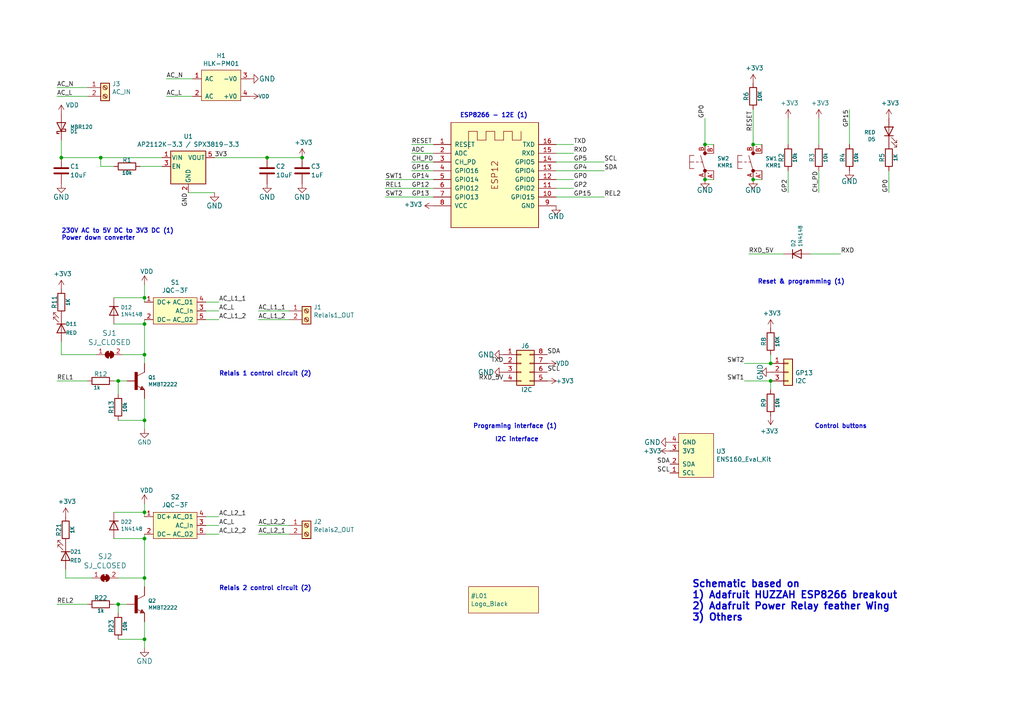
<source format=kicad_sch>
(kicad_sch (version 20230121) (generator eeschema)
  (paper "A4")
  (title_block (title "HSauto") (date "2020-12-21") (rev "6") (company "Chr.Friese"))
  (lib_symbols
    (symbol "AddOn_Tools:AP2127K-3.3-Regulator_Linear" (pin_names (offset 0.254))
      (property "Reference" "U" (at -5.08 5.715 0))
      (property "Value" "AP2127K-3.3-Regulator_Linear" (at 0 5.715 0))
      (symbol "AP2127K-3.3-Regulator_Linear_0_1"
        (rectangle (start -5.08 4.445) (end 5.08 -5.08) (stroke (width 0.254)) (fill (type background)))
      )
      (symbol "AP2127K-3.3-Regulator_Linear_1_1"
        (pin power_in line (at -7.62 2.54 0) (length 2.54) (name "VIN") (number "1"))
        (pin power_in line (at 0 -7.62 90) (length 2.54) (name "GND") (number "2"))
        (pin input line (at -7.62 0 0) (length 2.54) (name "EN") (number "3"))
        (pin no_connect line (at 7.62 0 180) (length 2.54) hide (name "NC") (number "4"))
        (pin power_out line (at 7.62 2.54 180) (length 2.54) (name "VOUT") (number "5"))
      )
    )
    (symbol "AddOn_Tools:ESP8266-12E" (pin_names (offset 1.016))
      (symbol "ESP8266-12E_1_0"
        (rectangle (start -12.7 15.24) (end 12.7 -15.24) (fill (type background)))
        (polyline (pts (xy -12.7 -15.24) (xy -12.7 15.24)))
        (polyline (pts (xy -7.62 7.62) (xy -7.62 12.7)))
        (polyline (pts (xy -7.62 12.7) (xy -5.08 12.7)))
        (polyline (pts (xy -5.08 10.16) (xy -2.54 10.16)))
        (polyline (pts (xy -5.08 12.7) (xy -5.08 10.16)))
        (polyline (pts (xy -2.54 10.16) (xy -2.54 12.7)))
        (polyline (pts (xy -2.54 12.7) (xy 0 12.7)))
        (polyline (pts (xy 0 10.16) (xy 2.54 10.16)))
        (polyline (pts (xy 0 12.7) (xy 0 10.16)))
        (polyline (pts (xy 2.54 10.16) (xy 2.54 12.7)))
        (polyline (pts (xy 2.54 12.7) (xy 5.08 12.7)))
        (polyline (pts (xy 5.08 10.16) (xy 7.62 10.16)))
        (polyline (pts (xy 5.08 12.7) (xy 5.08 10.16)))
        (polyline (pts (xy 7.62 10.16) (xy 7.62 12.7)))
        (polyline (pts (xy 12.7 -15.24) (xy -12.7 -15.24)))
        (polyline (pts (xy 12.7 15.24) (xy 12.7 -15.24)))
        (text "ESP12" (at 0 0 900) (effects (font (size 1.778 1.778))))
        (pin input line (at -17.78 8.89 0) (length 5.08) (name "RESET") (number "1"))
        (pin bidirectional line (at 17.78 -6.35 180) (length 5.08) (name "GPIO15") (number "10"))
        (pin bidirectional line (at 17.78 -3.81 180) (length 5.08) (name "GPIO2") (number "11"))
        (pin bidirectional line (at 17.78 -1.27 180) (length 5.08) (name "GPIO0") (number "12"))
        (pin bidirectional line (at 17.78 1.27 180) (length 5.08) (name "GPIO4") (number "13"))
        (pin bidirectional line (at 17.78 3.81 180) (length 5.08) (name "GPIO5") (number "14"))
        (pin input line (at 17.78 6.35 180) (length 5.08) (name "RXD") (number "15"))
        (pin output line (at 17.78 8.89 180) (length 5.08) (name "TXD") (number "16"))
        (pin passive line (at -17.78 6.35 0) (length 5.08) (name "ADC") (number "2"))
        (pin input line (at -17.78 3.81 0) (length 5.08) (name "CH_PD") (number "3"))
        (pin bidirectional line (at -17.78 1.27 0) (length 5.08) (name "GPIO16") (number "4"))
        (pin bidirectional line (at -17.78 -1.27 0) (length 5.08) (name "GPIO14") (number "5"))
        (pin bidirectional line (at -17.78 -3.81 0) (length 5.08) (name "GPIO12") (number "6"))
        (pin bidirectional line (at -17.78 -6.35 0) (length 5.08) (name "GPIO13") (number "7"))
        (pin power_in line (at -17.78 -8.89 0) (length 5.08) (name "VCC") (number "8"))
        (pin power_in line (at 17.78 -8.89 180) (length 5.08) (name "GND") (number "9"))
      )
    )
    (symbol "AddOn_Tools:HLK-PM01-JQC-3F" (pin_names (offset 1.016))
      (property "Reference" "H" (at 0 0 0))
      (property "Value" "HLK-PM01-JQC-3F" (at 0 0 0))
      (symbol "HLK-PM01-JQC-3F_0_1"
        (rectangle (start -5.08 -1.27) (end 6.35 -10.16) (fill (type background)))
      )
      (symbol "HLK-PM01-JQC-3F_1_1"
        (pin input line (at -7.62 -3.81 0) (length 2.54) (name "AC") (number "1"))
        (pin input line (at -7.62 -8.89 0) (length 2.54) (name "AC") (number "2"))
        (pin output line (at 8.89 -3.81 180) (length 2.54) (name "-V0") (number "3"))
        (pin output line (at 8.89 -8.89 180) (length 2.54) (name "+V0") (number "4"))
      )
    )
    (symbol "AddOn_Tools:HS108_Logo_Black" (power) (pin_names (offset 1.016))
      (property "Reference" "#L01" (at 0.635 1.1684 0))
      (property "Value" "HS108_Logo_Black" (at 0.635 -1.143 0))
      (symbol "HS108_Logo_Black_1_1"
        (rectangle (start 0 3.81) (end 20.32 -3.81) (fill (type background)))
      )
    )
    (symbol "AddOn_Tools:JQC-3F-JQC-3F" (pin_names (offset 1.016))
      (property "Reference" "J" (at 0 0 0))
      (property "Value" "JQC-3F-JQC-3F" (at 0 0 0))
      (symbol "JQC-3F-JQC-3F_0_1"
        (rectangle (start -2.54 -2.54) (end 10.16 -10.16) (fill (type background)))
      )
      (symbol "JQC-3F-JQC-3F_1_1"
        (pin input line (at -5.08 -3.81 0) (length 2.54) (name "DC+") (number "1"))
        (pin input line (at -5.08 -8.89 0) (length 2.54) (name "DC-") (number "2"))
        (pin input line (at 12.7 -6.35 180) (length 2.54) (name "AC_In") (number "3"))
        (pin output line (at 12.7 -3.81 180) (length 2.54) (name "AC_O1") (number "4"))
        (pin output line (at 12.7 -8.89 180) (length 2.54) (name "AC_O2") (number "5"))
      )
    )
    (symbol "AddOn_Tools:MMBT2222" (pin_names (offset 1.016))
      (property "Reference" "Q2" (at 1.0414 1.016 0))
      (property "Value" "MMBT2222" (at 1.0414 -0.9906 0))
      (symbol "MMBT2222_1_0"
        (rectangle (start -2.794 -2.54) (end -2.032 2.54) (fill (type outline)))
        (polyline (pts (xy -1.27 -2.54) (xy -0.762 -1.524)))
        (polyline (pts (xy -1.016 -2.413) (xy -0.254 -2.413)))
        (polyline (pts (xy -1.016 -2.286) (xy -0.635 -2.286)))
        (polyline (pts (xy -0.9906 -2.032) (xy -2.2098 -1.4224)))
        (polyline (pts (xy -0.762 -1.778) (xy -1.016 -2.286)))
        (polyline (pts (xy -0.762 -1.524) (xy 0 -2.54)))
        (polyline (pts (xy -0.635 -2.286) (xy -0.762 -2.032)))
        (polyline (pts (xy -0.254 -2.413) (xy -0.762 -1.778)))
        (polyline (pts (xy 0 -2.54) (xy -1.27 -2.54)))
        (polyline (pts (xy 0 2.54) (xy -2.032 1.524)))
        (pin passive line (at -5.08 0 0) (length 2.54) (name "B") (number "1"))
        (pin passive line (at 0 -5.08 90) (length 2.54) (name "E") (number "2"))
        (pin passive line (at 0 5.08 270) (length 2.54) (name "C") (number "3"))
      )
    )
    (symbol "AddOn_Tools:SWITCH_TACT_SMT4.6X2.8" (pin_names (offset 1.016))
      (property "Reference" "SW" (at -2.54 6.35 0))
      (property "Value" "SWITCH_TACT_SMT4.6X2.8" (at -2.54 -5.08 0))
      (symbol "SWITCH_TACT_SMT4.6X2.8_1_0"
        (circle (center -2.54 0) (radius 0.127) (stroke (width 0.4064)))
        (polyline (pts (xy -2.54 -2.54) (xy -2.54 0)))
        (polyline (pts (xy -2.54 0) (xy 1.905 1.27)))
        (polyline (pts (xy -1.905 4.445) (xy -1.905 3.175)))
        (polyline (pts (xy 0 1.27) (xy 0 0.635)))
        (polyline (pts (xy 0 2.54) (xy 0 1.905)))
        (polyline (pts (xy 0 4.445) (xy -1.905 4.445)))
        (polyline (pts (xy 0 4.445) (xy 0 3.175)))
        (polyline (pts (xy 1.905 0) (xy 2.54 0)))
        (polyline (pts (xy 1.905 4.445) (xy 0 4.445)))
        (polyline (pts (xy 1.905 4.445) (xy 1.905 3.175)))
        (polyline (pts (xy 2.54 -2.54) (xy 2.54 0)))
        (circle (center 2.54 0) (radius 0.127) (stroke (width 0.4064)))
        (pin passive line (at -5.08 0 0) (length 2.54) (name "P") (number "A"))
        (pin passive line (at -5.08 -2.54 0) (length 2.54) (name "P1") (number "A'"))
        (pin passive line (at 5.08 0 180) (length 2.54) (name "S") (number "B"))
        (pin passive line (at 5.08 -2.54 180) (length 2.54) (name "S1") (number "B'"))
      )
    )
    (symbol "AddOn_Tools:ScioSense_ENS160_Eval_Kit" (pin_names (offset 1.016))
      (property "Reference" "U" (at 0 -12.7 0))
      (property "Value" "ScioSense_ENS160_Eval_Kit" (at 1.27 13.97 0))
      (symbol "ScioSense_ENS160_Eval_Kit_0_1"
        (rectangle (start -5.08 -6.35) (end 5.08 6.35) (fill (type background)))
      )
      (symbol "ScioSense_ENS160_Eval_Kit_1_1"
        (pin bidirectional line (at -7.62 -5.08 0) (length 2.54) (name "SCL") (number "1"))
        (pin bidirectional line (at -7.62 -2.54 0) (length 2.54) (name "SDA") (number "2"))
        (pin bidirectional line (at -7.62 1.27 0) (length 2.54) (name "3V3") (number "3"))
        (pin bidirectional line (at -7.62 3.81 0) (length 2.54) (name "GND") (number "4"))
      )
    )
    (symbol "Connector:Screw_Terminal_01x02" (pin_names (offset 1.016) hide)
      (property "Reference" "J" (at 0 2.54 0))
      (property "Value" "Screw_Terminal_01x02" (at 0 -5.08 0))
      (symbol "Screw_Terminal_01x02_1_1"
        (rectangle (start -1.27 1.27) (end 1.27 -3.81) (stroke (width 0.254)) (fill (type background)))
        (circle (center 0 -2.54) (radius 0.635) (stroke (width 0.1524)))
        (polyline (pts (xy -0.5334 -2.2098) (xy 0.3302 -3.048)) (stroke (width 0.1524)))
        (polyline (pts (xy -0.5334 0.3302) (xy 0.3302 -0.508)) (stroke (width 0.1524)))
        (polyline (pts (xy -0.3556 -2.032) (xy 0.508 -2.8702)) (stroke (width 0.1524)))
        (polyline (pts (xy -0.3556 0.508) (xy 0.508 -0.3302)) (stroke (width 0.1524)))
        (circle (center 0 0) (radius 0.635) (stroke (width 0.1524)))
        (pin passive line (at -5.08 0 0) (length 3.81) (name "Pin_1") (number "1"))
        (pin passive line (at -5.08 -2.54 0) (length 3.81) (name "Pin_2") (number "2"))
      )
    )
    (symbol "Connector_Generic:Conn_01x03" (pin_names (offset 1.016) hide)
      (property "Reference" "J" (at 0 5.08 0))
      (property "Value" "Conn_01x03" (at 0 -5.08 0))
      (symbol "Conn_01x03_1_1"
        (rectangle (start -1.27 -2.413) (end 0 -2.667) (stroke (width 0.1524)))
        (rectangle (start -1.27 0.127) (end 0 -0.127) (stroke (width 0.1524)))
        (rectangle (start -1.27 2.667) (end 0 2.413) (stroke (width 0.1524)))
        (rectangle (start -1.27 3.81) (end 1.27 -3.81) (stroke (width 0.254)) (fill (type background)))
        (pin passive line (at -5.08 2.54 0) (length 3.81) (name "Pin_1") (number "1"))
        (pin passive line (at -5.08 0 0) (length 3.81) (name "Pin_2") (number "2"))
        (pin passive line (at -5.08 -2.54 0) (length 3.81) (name "Pin_3") (number "3"))
      )
    )
    (symbol "Connector_Generic:Conn_02x04_Counter_Clockwise" (pin_names (offset 1.016) hide)
      (property "Reference" "J" (at 1.27 5.08 0))
      (property "Value" "Conn_02x04_Counter_Clockwise" (at 1.27 -7.62 0))
      (symbol "Conn_02x04_Counter_Clockwise_1_1"
        (rectangle (start -1.27 -4.953) (end 0 -5.207) (stroke (width 0.1524)))
        (rectangle (start -1.27 -2.413) (end 0 -2.667) (stroke (width 0.1524)))
        (rectangle (start -1.27 0.127) (end 0 -0.127) (stroke (width 0.1524)))
        (rectangle (start -1.27 2.667) (end 0 2.413) (stroke (width 0.1524)))
        (rectangle (start -1.27 3.81) (end 3.81 -6.35) (stroke (width 0.254)) (fill (type background)))
        (rectangle (start 3.81 -4.953) (end 2.54 -5.207) (stroke (width 0.1524)))
        (rectangle (start 3.81 -2.413) (end 2.54 -2.667) (stroke (width 0.1524)))
        (rectangle (start 3.81 0.127) (end 2.54 -0.127) (stroke (width 0.1524)))
        (rectangle (start 3.81 2.667) (end 2.54 2.413) (stroke (width 0.1524)))
        (pin passive line (at -5.08 2.54 0) (length 3.81) (name "Pin_1") (number "1"))
        (pin passive line (at -5.08 0 0) (length 3.81) (name "Pin_2") (number "2"))
        (pin passive line (at -5.08 -2.54 0) (length 3.81) (name "Pin_3") (number "3"))
        (pin passive line (at -5.08 -5.08 0) (length 3.81) (name "Pin_4") (number "4"))
        (pin passive line (at 7.62 -5.08 180) (length 3.81) (name "Pin_5") (number "5"))
        (pin passive line (at 7.62 -2.54 180) (length 3.81) (name "Pin_6") (number "6"))
        (pin passive line (at 7.62 0 180) (length 3.81) (name "Pin_7") (number "7"))
        (pin passive line (at 7.62 2.54 180) (length 3.81) (name "Pin_8") (number "8"))
      )
    )
    (symbol "Device:C" (pin_numbers hide) (pin_names (offset 0.254))
      (property "Reference" "C" (at 0.635 2.54 0))
      (property "Value" "C" (at 0.635 -2.54 0))
      (symbol "C_0_1"
        (polyline (pts (xy -2.032 -0.762) (xy 2.032 -0.762)) (stroke (width 0.508)))
        (polyline (pts (xy -2.032 0.762) (xy 2.032 0.762)) (stroke (width 0.508)))
      )
      (symbol "C_1_1"
        (pin passive line (at 0 3.81 270) (length 2.794) (name "~") (number "1"))
        (pin passive line (at 0 -3.81 90) (length 2.794) (name "~") (number "2"))
      )
    )
    (symbol "Device:D" (pin_numbers hide) (pin_names (offset 1.016) hide)
      (property "Reference" "D" (at 0 2.54 0))
      (property "Value" "D" (at 0 -2.54 0))
      (symbol "D_0_1"
        (polyline (pts (xy -1.27 1.27) (xy -1.27 -1.27)) (stroke (width 0.254)))
        (polyline (pts (xy 1.27 0) (xy -1.27 0)))
        (polyline (pts (xy 1.27 1.27) (xy 1.27 -1.27) (xy -1.27 0) (xy 1.27 1.27)) (stroke (width 0.254)))
      )
      (symbol "D_1_1"
        (pin passive line (at -3.81 0 0) (length 2.54) (name "K") (number "1"))
        (pin passive line (at 3.81 0 180) (length 2.54) (name "A") (number "2"))
      )
    )
    (symbol "Device:D_Schottky" (pin_numbers hide) (pin_names (offset 1.016) hide)
      (property "Reference" "D" (at 0 2.54 0))
      (property "Value" "D_Schottky" (at 0 -2.54 0))
      (symbol "D_Schottky_0_1"
        (polyline (pts (xy 1.27 0) (xy -1.27 0)))
        (polyline (pts (xy 1.27 1.27) (xy 1.27 -1.27) (xy -1.27 0) (xy 1.27 1.27)) (stroke (width 0.254)))
        (polyline (pts (xy -1.905 0.635) (xy -1.905 1.27) (xy -1.27 1.27) (xy -1.27 -1.27) (xy -0.635 -1.27) (xy -0.635 -0.635)) (stroke (width 0.254)))
      )
      (symbol "D_Schottky_1_1"
        (pin passive line (at -3.81 0 0) (length 2.54) (name "K") (number "1"))
        (pin passive line (at 3.81 0 180) (length 2.54) (name "A") (number "2"))
      )
    )
    (symbol "Device:LED" (pin_numbers hide) (pin_names (offset 1.016) hide)
      (property "Reference" "D" (at 0 2.54 0))
      (property "Value" "LED" (at 0 -2.54 0))
      (symbol "LED_0_1"
        (polyline (pts (xy -1.27 -1.27) (xy -1.27 1.27)) (stroke (width 0.254)))
        (polyline (pts (xy -1.27 0) (xy 1.27 0)))
        (polyline (pts (xy 1.27 -1.27) (xy 1.27 1.27) (xy -1.27 0) (xy 1.27 -1.27)) (stroke (width 0.254)))
        (polyline (pts (xy -3.048 -0.762) (xy -4.572 -2.286) (xy -3.81 -2.286) (xy -4.572 -2.286) (xy -4.572 -1.524)))
        (polyline (pts (xy -1.778 -0.762) (xy -3.302 -2.286) (xy -2.54 -2.286) (xy -3.302 -2.286) (xy -3.302 -1.524)))
      )
      (symbol "LED_1_1"
        (pin passive line (at -3.81 0 0) (length 2.54) (name "K") (number "1"))
        (pin passive line (at 3.81 0 180) (length 2.54) (name "A") (number "2"))
      )
    )
    (symbol "Device:R" (pin_numbers hide) (pin_names (offset 0))
      (property "Reference" "R" (at 2.032 0 90))
      (property "Value" "R" (at 0 0 90))
      (symbol "R_0_1"
        (rectangle (start -1.016 -2.54) (end 1.016 2.54) (stroke (width 0.254)))
      )
      (symbol "R_1_1"
        (pin passive line (at 0 3.81 270) (length 1.27) (name "~") (number "1"))
        (pin passive line (at 0 -3.81 90) (length 1.27) (name "~") (number "2"))
      )
    )
    (symbol "Jumper:SolderJumper_2_Bridged" (pin_names (offset 0) hide)
      (property "Reference" "JP" (at 0 2.032 0))
      (property "Value" "SolderJumper_2_Bridged" (at 0 -2.54 0))
      (symbol "SolderJumper_2_Bridged_0_1"
        (rectangle (start -0.508 0.508) (end 0.508 -0.508) (fill (type outline)))
        (arc (start -0.254 1.016) (mid -1.2656 0) (end -0.254 -1.016))
        (arc (start -0.254 1.016) (mid -1.2656 0) (end -0.254 -1.016) (fill (type outline)))
        (polyline (pts (xy -0.254 1.016) (xy -0.254 -1.016)))
        (polyline (pts (xy 0.254 1.016) (xy 0.254 -1.016)))
        (arc (start 0.254 -1.016) (mid 1.2656 0) (end 0.254 1.016))
        (arc (start 0.254 -1.016) (mid 1.2656 0) (end 0.254 1.016) (fill (type outline)))
      )
      (symbol "SolderJumper_2_Bridged_1_1"
        (pin passive line (at -3.81 0 0) (length 2.54) (name "A") (number "1"))
        (pin passive line (at 3.81 0 180) (length 2.54) (name "B") (number "2"))
      )
    )
    (symbol "power:+3V3" (power) (pin_names (offset 0))
      (property "Value" "+3V3" (at 0 3.556 0))
      (symbol "+3V3_0_1"
        (polyline (pts (xy -0.762 1.27) (xy 0 2.54)))
        (polyline (pts (xy 0 0) (xy 0 2.54)))
        (polyline (pts (xy 0 2.54) (xy 0.762 1.27)))
      )
      (symbol "+3V3_1_1"
        (pin power_in line (at 0 0 90) (length 0) hide (name "+3V3") (number "1"))
      )
    )
    (symbol "power:GND" (power) (pin_names (offset 0))
      (property "Value" "GND" (at 0 -3.81 0))
      (symbol "GND_0_1"
        (polyline (pts (xy 0 0) (xy 0 -1.27) (xy 1.27 -1.27) (xy 0 -2.54) (xy -1.27 -1.27) (xy 0 -1.27)))
      )
      (symbol "GND_1_1"
        (pin power_in line (at 0 0 270) (length 0) hide (name "GND") (number "1"))
      )
    )
    (symbol "power:VDD" (power) (pin_names (offset 0))
      (property "Value" "VDD" (at 0 3.81 0))
      (symbol "VDD_0_1"
        (polyline (pts (xy -0.762 1.27) (xy 0 2.54)))
        (polyline (pts (xy 0 0) (xy 0 2.54)))
        (polyline (pts (xy 0 2.54) (xy 0.762 1.27)))
      )
      (symbol "VDD_1_1"
        (pin power_in line (at 0 0 90) (length 0) hide (name "VDD") (number "1"))
      )
    )
  )
  (junction (at 41.91 185.42))
  (junction (at 41.91 148.59))
  (junction (at 41.91 93.98))
  (junction (at 41.91 156.21))
  (junction (at 218.44 52.07))
  (junction (at 218.44 41.91))
  (junction (at 41.91 86.36))
  (junction (at 41.91 167.64))
  (junction (at 223.52 105.41))
  (junction (at 34.29 175.26))
  (junction (at 34.29 110.49))
  (junction (at 17.78 45.72))
  (junction (at 204.47 41.91))
  (junction (at 41.91 121.92))
  (junction (at 29.21 45.72))
  (junction (at 223.52 110.49))
  (junction (at 77.47 45.72))
  (junction (at 87.63 45.72))
  (junction (at 41.91 102.87))
  (junction (at 204.47 52.07))
  (wire (pts (xy 125.73 49.53) (xy 119.38 49.53)))
  (wire (pts (xy 74.93 152.4) (xy 83.82 152.4)))
  (wire (pts (xy 41.91 93.98) (xy 41.91 102.87)))
  (wire (pts (xy 125.73 46.99) (xy 119.38 46.99)))
  (wire (pts (xy 62.23 45.72) (xy 77.47 45.72)))
  (wire (pts (xy 34.29 114.3) (xy 34.29 110.49)))
  (wire (pts (xy 19.05 167.64) (xy 26.67 167.64)))
  (wire (pts (xy 59.69 87.63) (xy 63.5 87.63)))
  (wire (pts (xy 223.52 113.03) (xy 223.52 110.49)))
  (wire (pts (xy 41.91 148.59) (xy 41.91 149.86)))
  (wire (pts (xy 41.91 187.96) (xy 41.91 185.42)))
  (wire (pts (xy 59.69 90.17) (xy 63.5 90.17)))
  (wire (pts (xy 41.91 156.21) (xy 33.02 156.21)))
  (wire (pts (xy 29.21 45.72) (xy 46.99 45.72)))
  (wire (pts (xy 33.02 48.26) (xy 29.21 48.26)))
  (wire (pts (xy 48.26 22.86) (xy 55.88 22.86)))
  (wire (pts (xy 35.56 102.87) (xy 41.91 102.87)))
  (wire (pts (xy 161.29 46.99) (xy 175.26 46.99)))
  (wire (pts (xy 17.78 102.87) (xy 27.94 102.87)))
  (wire (pts (xy 83.82 92.71) (xy 74.93 92.71)))
  (wire (pts (xy 111.76 52.07) (xy 125.73 52.07)))
  (wire (pts (xy 48.26 27.94) (xy 55.88 27.94)))
  (wire (pts (xy 237.49 49.53) (xy 237.49 55.88)))
  (wire (pts (xy 16.51 27.94) (xy 25.4 27.94)))
  (wire (pts (xy 41.91 121.92) (xy 41.91 115.57)))
  (wire (pts (xy 29.21 48.26) (xy 29.21 45.72)))
  (wire (pts (xy 83.82 90.17) (xy 74.93 90.17)))
  (wire (pts (xy 34.29 175.26) (xy 34.29 177.8)))
  (wire (pts (xy 59.69 152.4) (xy 63.5 152.4)))
  (wire (pts (xy 41.91 167.64) (xy 41.91 170.18)))
  (wire (pts (xy 204.47 52.07) (xy 207.01 52.07)))
  (wire (pts (xy 218.44 31.75) (xy 218.44 41.91)))
  (wire (pts (xy 234.95 73.66) (xy 243.84 73.66)))
  (wire (pts (xy 34.29 167.64) (xy 41.91 167.64)))
  (wire (pts (xy 16.51 175.26) (xy 25.4 175.26)))
  (wire (pts (xy 59.69 149.86) (xy 63.5 149.86)))
  (wire (pts (xy 41.91 124.46) (xy 41.91 121.92)))
  (wire (pts (xy 215.9 105.41) (xy 223.52 105.41)))
  (wire (pts (xy 246.38 31.75) (xy 246.38 41.91)))
  (wire (pts (xy 204.47 41.91) (xy 207.01 41.91)))
  (wire (pts (xy 166.37 41.91) (xy 161.29 41.91)))
  (wire (pts (xy 54.61 55.88) (xy 62.23 55.88)))
  (wire (pts (xy 161.29 54.61) (xy 166.37 54.61)))
  (wire (pts (xy 34.29 185.42) (xy 41.91 185.42)))
  (wire (pts (xy 125.73 41.91) (xy 119.38 41.91)))
  (wire (pts (xy 218.44 52.07) (xy 220.98 52.07)))
  (wire (pts (xy 257.81 49.53) (xy 257.81 55.88)))
  (wire (pts (xy 41.91 92.71) (xy 41.91 93.98)))
  (wire (pts (xy 33.02 93.98) (xy 41.91 93.98)))
  (wire (pts (xy 41.91 102.87) (xy 41.91 105.41)))
  (wire (pts (xy 204.47 41.91) (xy 204.47 34.29)))
  (wire (pts (xy 59.69 154.94) (xy 63.5 154.94)))
  (wire (pts (xy 217.17 73.66) (xy 227.33 73.66)))
  (wire (pts (xy 41.91 86.36) (xy 41.91 87.63)))
  (wire (pts (xy 17.78 45.72) (xy 29.21 45.72)))
  (wire (pts (xy 111.76 54.61) (xy 125.73 54.61)))
  (wire (pts (xy 228.6 34.29) (xy 228.6 41.91)))
  (wire (pts (xy 161.29 57.15) (xy 175.26 57.15)))
  (wire (pts (xy 17.78 40.64) (xy 17.78 45.72)))
  (wire (pts (xy 40.64 48.26) (xy 46.99 48.26)))
  (wire (pts (xy 161.29 52.07) (xy 166.37 52.07)))
  (wire (pts (xy 41.91 185.42) (xy 41.91 180.34)))
  (wire (pts (xy 237.49 34.29) (xy 237.49 41.91)))
  (wire (pts (xy 41.91 156.21) (xy 41.91 167.64)))
  (wire (pts (xy 16.51 25.4) (xy 25.4 25.4)))
  (wire (pts (xy 119.38 44.45) (xy 125.73 44.45)))
  (wire (pts (xy 34.29 110.49) (xy 36.83 110.49)))
  (wire (pts (xy 215.9 110.49) (xy 223.52 110.49)))
  (wire (pts (xy 111.76 57.15) (xy 125.73 57.15)))
  (wire (pts (xy 34.29 121.92) (xy 41.91 121.92)))
  (wire (pts (xy 33.02 110.49) (xy 34.29 110.49)))
  (wire (pts (xy 41.91 82.55) (xy 41.91 86.36)))
  (wire (pts (xy 34.29 175.26) (xy 33.02 175.26)))
  (wire (pts (xy 41.91 146.05) (xy 41.91 148.59)))
  (wire (pts (xy 16.51 110.49) (xy 25.4 110.49)))
  (wire (pts (xy 19.05 165.1) (xy 19.05 167.64)))
  (wire (pts (xy 161.29 49.53) (xy 175.26 49.53)))
  (wire (pts (xy 228.6 49.53) (xy 228.6 55.88)))
  (wire (pts (xy 59.69 92.71) (xy 63.5 92.71)))
  (wire (pts (xy 74.93 154.94) (xy 83.82 154.94)))
  (wire (pts (xy 41.91 154.94) (xy 41.91 156.21)))
  (wire (pts (xy 223.52 102.87) (xy 223.52 105.41)))
  (wire (pts (xy 161.29 44.45) (xy 166.37 44.45)))
  (wire (pts (xy 33.02 86.36) (xy 41.91 86.36)))
  (wire (pts (xy 34.29 175.26) (xy 36.83 175.26)))
  (wire (pts (xy 77.47 45.72) (xy 87.63 45.72)))
  (wire (pts (xy 218.44 41.91) (xy 220.98 41.91)))
  (wire (pts (xy 41.91 148.59) (xy 33.02 148.59)))
  (wire (pts (xy 17.78 99.06) (xy 17.78 102.87)))
  (text "Control buttons" (at 236.22 124.46 0) (effects (font (size 1.27 1.27) (thickness 0.254) bold) (justify left bottom)))
  (text "230V AC to 5V DC to 3V3 DC (1)\nPower down converter\n" (at 17.78 69.85 0) (effects (font (size 1.27 1.27) (thickness 0.254) bold) (justify left bottom)))
  (text "Relais 2 control circuit (2)" (at 63.5 171.45 0) (effects (font (size 1.27 1.27) (thickness 0.254) bold) (justify left bottom)))
  (text "Relais 1 control circuit (2)\n" (at 63.5 109.22 0) (effects (font (size 1.27 1.27) (thickness 0.254) bold) (justify left bottom)))
  (text "ESP8266 - 12E (1)" (at 133.35 34.29 0) (effects (font (size 1.27 1.27) (thickness 0.254) bold) (justify left bottom)))
  (text "I2C interface" (at 143.51 128.27 0) (effects (font (size 1.27 1.27) (thickness 0.254) bold) (justify left bottom)))
  (text "Reset & programming (1)\n" (at 219.71 82.55 0) (effects (font (size 1.27 1.27) (thickness 0.254) bold) (justify left bottom)))
  (text "Programing interface (1)" (at 137.16 124.46 0) (effects (font (size 1.27 1.27) (thickness 0.254) bold) (justify left bottom)))
  (text "Schematic based on\n1) Adafruit HUZZAH ESP8266 breakout\n2) Adafruit Power Relay feather Wing\n3) Others" (at 200.66 180.34 0) (effects (font (size 2.0066 2.0066) (thickness 0.4013) bold) (justify left bottom)))
  (label "SWT2" (at 111.76 57.15 0))
  (label "AC_L2_1" (at 63.5 149.86 0))
  (label "AC_L2_2" (at 74.93 152.4 0))
  (label "GP13" (at 119.38 57.15 0))
  (label "REL2" (at 175.26 57.15 0))
  (label "AC_L1_2" (at 74.93 92.71 0))
  (label "GP14" (at 119.38 52.07 0))
  (label "AC_L" (at 48.26 27.94 0))
  (label "SDA" (at 194.31 134.62 180))
  (label "ADC" (at 119.38 44.45 0))
  (label "SWT1" (at 215.9 110.49 180))
  (label "GND" (at 54.61 55.88 270))
  (label "SWT2" (at 215.9 105.41 180))
  (label "RXD_5V" (at 217.17 73.66 0))
  (label "TXD" (at 166.37 41.91 0))
  (label "GP16" (at 119.38 49.53 0))
  (label "RXD" (at 166.37 44.45 0))
  (label "SCL" (at 175.26 46.99 0))
  (label "AC_N" (at 16.51 25.4 0))
  (label "REL1" (at 111.76 54.61 0))
  (label "SDA" (at 158.75 102.87 0))
  (label "SCL" (at 194.31 137.16 180))
  (label "SCL" (at 158.75 107.95 0))
  (label "GP2" (at 228.6 55.88 90))
  (label "GP0" (at 204.47 34.29 90))
  (label "AC_L" (at 16.51 27.94 0))
  (label "CH_PD" (at 119.38 46.99 0))
  (label "GP2" (at 166.37 54.61 0))
  (label "SWT1" (at 111.76 52.07 0))
  (label "RESET" (at 119.38 41.91 0))
  (label "GP0" (at 257.81 55.88 90))
  (label "AC_L2_1" (at 74.93 154.94 0))
  (label "CH_PD" (at 237.49 55.88 90))
  (label "SDA" (at 175.26 49.53 0))
  (label "RXD" (at 243.84 73.66 0))
  (label "GP15" (at 246.38 31.75 270))
  (label "AC_N" (at 48.26 22.86 0))
  (label "AC_L1_2" (at 63.5 92.71 0))
  (label "3V3" (at 62.23 45.72 0))
  (label "GP5" (at 166.37 46.99 0))
  (label "REL2" (at 16.51 175.26 0))
  (label "AC_L1_1" (at 74.93 90.17 0))
  (label "RESET" (at 218.44 38.1 90))
  (label "GP4" (at 166.37 49.53 0))
  (label "RXD_5V" (at 146.05 110.49 180))
  (label "AC_L2_2" (at 63.5 154.94 0))
  (label "AC_L" (at 63.5 152.4 0))
  (label "TXD" (at 146.05 105.41 180))
  (label "REL1" (at 16.51 110.49 0))
  (label "GP15" (at 166.37 57.15 0))
  (label "GP12" (at 119.38 54.61 0))
  (label "AC_L" (at 63.5 90.17 0))
  (label "GP0" (at 166.37 52.07 0))
  (label "AC_L1_1" (at 63.5 87.63 0))
  (symbol (lib_id "AddOn_Tools:JQC-3F-JQC-3F") (at 46.99 83.82 0) (unit 1)
    (property "Reference" "S1" (at 50.8 81.915 0))
    (property "Value" "JQC-3F" (at 50.8 84.2264 0))
    (property "Footprint" "AddOn_Tools:JQC-3F" (effects hide))
  )
  (symbol (lib_id "AddOn_Tools:JQC-3F-JQC-3F") (at 46.99 146.05 0) (unit 1)
    (property "Reference" "S2" (at 50.8 144.145 0))
    (property "Value" "JQC-3F" (at 50.8 146.4564 0))
    (property "Footprint" "AddOn_Tools:JQC-3F" (effects hide))
  )
  (symbol (lib_id "AddOn_Tools:HLK-PM01-JQC-3F") (at 63.5 19.05 0) (unit 1)
    (property "Reference" "H1" (at 64.135 16.129 0))
    (property "Value" "HLK-PM01" (at 64.135 18.4404 0))
    (property "Footprint" "AddOn_Tools:HLK-PM01" (effects hide))
  )
  (symbol (lib_id "Connector:Screw_Terminal_01x02") (at 88.9 90.17 0) (unit 1)
    (property "Reference" "J1" (at 90.932 89.1032 0) (effects (justify left)))
    (property "Value" "Relais1_OUT" (at 90.932 91.4146 0) (effects (justify left)))
    (property "Footprint" "AddOn_Tools:PTSA1,5-2-3,5-Z" (effects hide))
  )
  (symbol (lib_id "Connector:Screw_Terminal_01x02") (at 88.9 152.4 0) (unit 1)
    (property "Reference" "J2" (at 90.932 151.3332 0) (effects (justify left)))
    (property "Value" "Relais2_OUT" (at 90.932 153.6446 0) (effects (justify left)))
    (property "Footprint" "AddOn_Tools:PTSA1,5-2-3,5-Z" (effects hide))
  )
  (symbol (lib_id "AddOn_Tools:AP2127K-3.3-Regulator_Linear") (at 54.61 48.26 0) (unit 1)
    (property "Reference" "U1" (at 54.61 39.5732 0))
    (property "Value" "AP2112K-3.3 / SPX3819-3.3" (at 54.61 41.8846 0))
    (property "Footprint" "Package_TO_SOT_SMD:SOT-23-5" (effects hide))
  )
  (symbol (lib_id "AddOn_Tools:ESP8266-12E") (at 143.51 50.8 0) (unit 1)
    (property "Reference" "X1" (effects hide))
    (property "Value" "ESP-12" (effects hide))
    (property "Footprint" "AddOn_Tools:ESP-12" (effects hide))
  )
  (symbol (lib_id "Device:D") (at 231.14 73.66 0) (unit 1)
    (property "Reference" "D2" (at 230.124 71.6788 90) (effects (font (size 1.0668 1.0668)) (justify left)))
    (property "Value" "1N4148" (at 232.1306 71.6788 90) (effects (font (size 1.0668 1.0668)) (justify left)))
    (property "Footprint" "Diode_SMD:D_SOD-323" (effects hide))
    (property "Sim.Device" "D" (effects hide))
    (property "Sim.Pins" "1=K 2=A" (effects hide))
  )
  (symbol (lib_id "power:GND") (at 161.29 59.69 0) (unit 1)
    (property "Reference" "#GND0101" (effects hide))
    (property "Value" "GND" (at 161.29 62.7634 0) (effects (font (size 1.4986 1.4986))))
  )
  (symbol (lib_id "power:+3V3") (at 125.73 59.69 90) (unit 1)
    (property "Reference" "#PWR0101" (effects hide))
    (property "Value" "+3.3V" (at 122.4788 59.309 90) (effects (justify left)))
  )
  (symbol (lib_id "power:GND") (at 146.05 107.95 270) (unit 1)
    (property "Reference" "#GND0110" (effects hide))
    (property "Value" "GND" (at 140.97 107.95 90) (effects (font (size 1.4986 1.4986))))
  )
  (symbol (lib_id "power:+3V3") (at 158.75 110.49 270) (unit 1)
    (property "Reference" "#PWR0110" (effects hide))
    (property "Value" "+3V3" (at 163.83 110.49 90))
  )
  (symbol (lib_id "power:GND") (at 62.23 55.88 0) (unit 1)
    (property "Reference" "#GND0102" (effects hide))
    (property "Value" "GND" (at 62.23 59.69 0) (effects (font (size 1.4986 1.4986))))
  )
  (symbol (lib_id "power:GND") (at 204.47 52.07 0) (unit 1)
    (property "Reference" "#GND0111" (effects hide))
    (property "Value" "GND" (at 204.47 55.1434 0) (effects (font (size 1.4986 1.4986))))
  )
  (symbol (lib_id "AddOn_Tools:SWITCH_TACT_SMT4.6X2.8") (at 204.47 46.99 90) (unit 1)
    (property "Reference" "SW2" (at 208.0514 45.974 90) (effects (font (size 1.0668 1.0668)) (justify right)))
    (property "Value" "KMR1" (at 208.0514 47.9806 90) (effects (font (size 1.0668 1.0668)) (justify right)))
    (property "Footprint" "AddOn_Tools:BTN_KMR2_4.6X2.8" (effects hide))
  )
  (symbol (lib_id "Device:D_Schottky") (at 17.78 36.83 90) (unit 1)
    (property "Reference" "D1" (at 20.32 38.1 90) (effects (font (size 1.0668 1.0668)) (justify right)))
    (property "Value" "MBR120" (at 20.32 36.83 90) (effects (font (size 1.0668 1.0668)) (justify right)))
    (property "Footprint" "Diode_SMD:D_SOD-123" (effects hide))
  )
  (symbol (lib_id "power:VDD") (at 17.78 33.02 0) (unit 1)
    (property "Reference" "#U0101" (effects hide))
    (property "Value" "VDD" (at 19.05 30.48 0) (effects (justify left)))
  )
  (symbol (lib_id "Device:C") (at 17.78 49.53 0) (unit 1)
    (property "Reference" "C1" (at 20.32 48.26 0) (effects (justify left)))
    (property "Value" "10uF" (at 20.32 50.8 0) (effects (justify left)))
    (property "Footprint" "Capacitor_SMD:C_0805_2012Metric" (effects hide))
  )
  (symbol (lib_id "Device:C") (at 77.47 49.53 0) (unit 1)
    (property "Reference" "C2" (at 80.01 48.26 0) (effects (justify left)))
    (property "Value" "10uF" (at 80.01 50.8 0) (effects (justify left)))
    (property "Footprint" "Capacitor_SMD:C_0805_2012Metric" (effects hide))
  )
  (symbol (lib_id "power:GND") (at 77.47 53.34 0) (unit 1)
    (property "Reference" "#GND0103" (effects hide))
    (property "Value" "GND" (at 77.47 57.15 0) (effects (font (size 1.4986 1.4986))))
  )
  (symbol (lib_id "power:GND") (at 17.78 53.34 0) (unit 1)
    (property "Reference" "#GND0104" (effects hide))
    (property "Value" "GND" (at 17.78 57.15 0) (effects (font (size 1.4986 1.4986))))
  )
  (symbol (lib_id "Device:R") (at 36.83 48.26 90) (unit 1)
    (property "Reference" "R1" (at 36.83 45.72 90) (effects (justify bottom)))
    (property "Value" "10k" (at 36.83 50.8 90) (effects (font (size 1.016 1.016) bold) (justify top)))
    (property "Footprint" "Resistor_SMD:R_0805_2012Metric" (effects hide))
  )
  (symbol (lib_id "Connector:Screw_Terminal_01x02") (at 30.48 25.4 0) (unit 1)
    (property "Reference" "J3" (at 32.512 24.3332 0) (effects (justify left)))
    (property "Value" "AC_IN" (at 32.512 26.6446 0) (effects (justify left)))
    (property "Footprint" "AddOn_Tools:PTSA1,5-2-3,5-Z" (effects hide))
  )
  (symbol (lib_id "power:GND") (at 41.91 124.46 0) (unit 1)
    (property "Reference" "#GND0105" (effects hide))
    (property "Value" "GND" (at 41.91 128.27 0))
  )
  (symbol (lib_id "power:GND") (at 41.91 187.96 0) (unit 1)
    (property "Reference" "#GND0106" (effects hide))
    (property "Value" "GND" (at 41.91 191.77 0) (effects (font (size 1.4986 1.4986))))
  )
  (symbol (lib_id "Device:R") (at 257.81 45.72 0) (unit 1)
    (property "Reference" "R5" (at 256.54 45.72 90) (effects (justify bottom)))
    (property "Value" "1K" (at 259.08 45.72 90) (effects (font (size 1.016 1.016) bold) (justify top)))
    (property "Footprint" "Resistor_SMD:R_0805_2012Metric" (effects hide))
  )
  (symbol (lib_id "Device:R") (at 218.44 27.94 0) (unit 1)
    (property "Reference" "R6" (at 217.17 27.94 90) (effects (justify bottom)))
    (property "Value" "10K" (at 219.71 27.94 90) (effects (font (size 1.016 1.016) bold) (justify top)))
    (property "Footprint" "Resistor_SMD:R_0805_2012Metric" (effects hide))
  )
  (symbol (lib_id "Device:R") (at 228.6 45.72 0) (unit 1)
    (property "Reference" "R2" (at 227.33 45.72 90) (effects (justify bottom)))
    (property "Value" "10k" (at 229.87 45.72 90) (effects (font (size 1.016 1.016) bold) (justify top)))
    (property "Footprint" "Resistor_SMD:R_0805_2012Metric" (effects hide))
  )
  (symbol (lib_id "Device:R") (at 237.49 45.72 0) (unit 1)
    (property "Reference" "R3" (at 236.22 45.72 90) (effects (justify bottom)))
    (property "Value" "10k" (at 238.76 45.72 90) (effects (font (size 1.016 1.016) bold) (justify top)))
    (property "Footprint" "Resistor_SMD:R_0805_2012Metric" (effects hide))
  )
  (symbol (lib_id "Device:R") (at 246.38 45.72 0) (unit 1)
    (property "Reference" "R4" (at 245.11 45.72 90) (effects (justify bottom)))
    (property "Value" "10k" (at 247.65 45.72 90) (effects (font (size 1.016 1.016) bold) (justify top)))
    (property "Footprint" "Resistor_SMD:R_0805_2012Metric" (effects hide))
  )
  (symbol (lib_id "Device:LED") (at 257.81 38.1 90) (unit 1)
    (property "Reference" "D5" (at 253.9492 40.386 90) (effects (font (size 1.0668 1.0668)) (justify left)))
    (property "Value" "RED" (at 253.9492 38.3794 90) (effects (font (size 1.0668 1.0668)) (justify left)))
    (property "Footprint" "LED_SMD:LED_0805_2012Metric" (effects hide))
  )
  (symbol (lib_id "power:+3V3") (at 257.81 34.29 0) (unit 1)
    (property "Reference" "#PWR0104" (effects hide))
    (property "Value" "+3V3" (at 258.191 29.8958 0))
  )
  (symbol (lib_id "power:+3V3") (at 237.49 34.29 0) (unit 1)
    (property "Reference" "#PWR0105" (effects hide))
    (property "Value" "+3V3" (at 237.871 29.8958 0))
  )
  (symbol (lib_id "power:+3V3") (at 228.6 34.29 0) (unit 1)
    (property "Reference" "#PWR0106" (effects hide))
    (property "Value" "+3V3" (at 228.981 29.8958 0))
  )
  (symbol (lib_id "power:+3V3") (at 218.44 24.13 0) (unit 1)
    (property "Reference" "#PWR0107" (effects hide))
    (property "Value" "+3V3" (at 218.821 19.7358 0))
  )
  (symbol (lib_id "power:GND") (at 246.38 49.53 0) (unit 1)
    (property "Reference" "#GND0107" (effects hide))
    (property "Value" "GND" (at 246.38 52.6034 0) (effects (font (size 1.4986 1.4986))))
  )
  (symbol (lib_id "power:GND") (at 218.44 52.07 0) (unit 1)
    (property "Reference" "#GND0108" (effects hide))
    (property "Value" "GND" (at 218.44 55.1434 0) (effects (font (size 1.4986 1.4986))))
  )
  (symbol (lib_id "AddOn_Tools:SWITCH_TACT_SMT4.6X2.8") (at 218.44 46.99 90) (unit 1)
    (property "Reference" "SW1" (at 222.0214 45.974 90) (effects (font (size 1.0668 1.0668)) (justify right)))
    (property "Value" "KMR1" (at 222.0214 47.9806 90) (effects (font (size 1.0668 1.0668)) (justify right)))
    (property "Footprint" "AddOn_Tools:BTN_KMR2_4.6X2.8" (effects hide))
  )
  (symbol (lib_id "power:VDD") (at 158.75 105.41 270) (unit 1)
    (property "Reference" "#U0102" (effects hide))
    (property "Value" "VDD" (at 161.29 105.41 90) (effects (justify left)))
  )
  (symbol (lib_id "power:GND") (at 146.05 102.87 270) (unit 1)
    (property "Reference" "#GND0109" (effects hide))
    (property "Value" "GND" (at 140.97 102.87 90) (effects (font (size 1.4986 1.4986))))
  )
  (symbol (lib_id "Device:D") (at 33.02 90.17 270) (unit 1)
    (property "Reference" "D12" (at 35.0012 89.154 90) (effects (font (size 1.0668 1.0668)) (justify left)))
    (property "Value" "1N4148" (at 35.0012 91.1606 90) (effects (font (size 1.0668 1.0668)) (justify left)))
    (property "Footprint" "Diode_SMD:D_SOD-323" (effects hide))
    (property "Sim.Device" "D" (effects hide))
    (property "Sim.Pins" "1=K 2=A" (effects hide))
  )
  (symbol (lib_id "Device:D") (at 33.02 152.4 270) (unit 1)
    (property "Reference" "D22" (at 35.0012 151.384 90) (effects (font (size 1.0668 1.0668)) (justify left)))
    (property "Value" "1N4148" (at 35.0012 153.3906 90) (effects (font (size 1.0668 1.0668)) (justify left)))
    (property "Footprint" "Diode_SMD:D_SOD-323" (effects hide))
    (property "Sim.Device" "D" (effects hide))
    (property "Sim.Pins" "1=K 2=A" (effects hide))
  )
  (symbol (lib_id "AddOn_Tools:MMBT2222") (at 41.91 175.26 0) (unit 1)
    (property "Reference" "Q2" (at 42.9514 174.244 0) (effects (font (size 1.0668 1.0668)) (justify left)))
    (property "Value" "MMBT2222" (at 42.9514 176.2506 0) (effects (font (size 1.0668 1.0668)) (justify left)))
    (property "Footprint" "Package_TO_SOT_SMD:SOT-23" (effects hide))
  )
  (symbol (lib_id "AddOn_Tools:MMBT2222") (at 41.91 110.49 0) (unit 1)
    (property "Reference" "Q1" (at 42.9514 109.474 0) (effects (font (size 1.0668 1.0668)) (justify left)))
    (property "Value" "MMBT2222" (at 42.9514 111.4806 0) (effects (font (size 1.0668 1.0668)) (justify left)))
    (property "Footprint" "Package_TO_SOT_SMD:SOT-23" (effects hide))
  )
  (symbol (lib_id "Device:R") (at 29.21 175.26 90) (unit 1)
    (property "Reference" "R22" (at 29.21 172.72 90) (effects (justify bottom)))
    (property "Value" "1k" (at 29.21 177.8 90) (effects (font (size 1.016 1.016) bold) (justify top)))
    (property "Footprint" "Resistor_SMD:R_0805_2012Metric" (effects hide))
  )
  (symbol (lib_id "Device:R") (at 29.21 110.49 90) (unit 1)
    (property "Reference" "R12" (at 29.21 109.22 90) (effects (justify top)))
    (property "Value" "1k" (at 29.21 111.76 90) (effects (font (size 1.016 1.016) bold) (justify left bottom)))
    (property "Footprint" "Resistor_SMD:R_0805_2012Metric" (effects hide))
  )
  (symbol (lib_id "Device:R") (at 34.29 118.11 0) (unit 1)
    (property "Reference" "R13" (at 33.02 118.11 90) (effects (justify bottom)))
    (property "Value" "10k" (at 35.56 118.11 90) (effects (font (size 1.016 1.016) bold) (justify top)))
    (property "Footprint" "Resistor_SMD:R_0805_2012Metric" (effects hide))
  )
  (symbol (lib_id "Device:R") (at 34.29 181.61 0) (unit 1)
    (property "Reference" "R23" (at 33.02 181.61 90) (effects (justify bottom)))
    (property "Value" "10k" (at 35.56 181.61 90) (effects (font (size 1.016 1.016) bold) (justify top)))
    (property "Footprint" "Resistor_SMD:R_0805_2012Metric" (effects hide))
  )
  (symbol (lib_id "Device:R") (at 17.78 87.63 0) (unit 1)
    (property "Reference" "R11" (at 16.51 87.63 90) (effects (justify bottom)))
    (property "Value" "1K" (at 19.05 87.63 90) (effects (font (size 1.016 1.016) bold) (justify top)))
    (property "Footprint" "Resistor_SMD:R_0805_2012Metric" (effects hide))
  )
  (symbol (lib_id "Device:LED") (at 17.78 95.25 270) (unit 1)
    (property "Reference" "D11" (at 19.05 93.98 90) (effects (font (size 1.0668 1.0668)) (justify left)))
    (property "Value" "RED" (at 19.05 96.52 90) (effects (font (size 1.0668 1.0668)) (justify left)))
    (property "Footprint" "LED_SMD:LED_0805_2012Metric" (effects hide))
  )
  (symbol (lib_id "power:+3V3") (at 17.78 83.82 0) (unit 1)
    (property "Reference" "#PWR0115" (effects hide))
    (property "Value" "+3V3" (at 18.161 79.4258 0))
  )
  (symbol (lib_id "Device:R") (at 19.05 153.67 0) (unit 1)
    (property "Reference" "R21" (at 17.78 153.67 90) (effects (justify bottom)))
    (property "Value" "1K" (at 20.32 153.67 90) (effects (font (size 1.016 1.016) bold) (justify top)))
    (property "Footprint" "Resistor_SMD:R_0805_2012Metric" (effects hide))
  )
  (symbol (lib_id "Device:LED") (at 19.05 161.29 270) (unit 1)
    (property "Reference" "D21" (at 20.32 160.02 90) (effects (font (size 1.0668 1.0668)) (justify left)))
    (property "Value" "RED" (at 20.32 162.56 90) (effects (font (size 1.0668 1.0668)) (justify left)))
    (property "Footprint" "LED_SMD:LED_0805_2012Metric" (effects hide))
  )
  (symbol (lib_id "power:+3V3") (at 19.05 149.86 0) (unit 1)
    (property "Reference" "#PWR0116" (effects hide))
    (property "Value" "+3V3" (at 19.431 145.4658 0))
  )
  (symbol (lib_id "Jumper:SolderJumper_2_Bridged") (at 30.48 167.64 0) (unit 1)
    (property "Reference" "SJ2" (at 30.48 161.3916 0) (effects (font (size 1.4986 1.4986))))
    (property "Value" "SJ_CLOSED" (at 30.48 164.0586 0) (effects (font (size 1.4986 1.4986))))
    (property "Footprint" "Jumper:SolderJumper-2_P1.3mm_Bridged_RoundedPad1.0x1.5mm" (effects hide))
  )
  (symbol (lib_id "Jumper:SolderJumper_2_Bridged") (at 31.75 102.87 0) (unit 1)
    (property "Reference" "SJ1" (at 31.75 96.6216 0) (effects (font (size 1.4986 1.4986))))
    (property "Value" "SJ_CLOSED" (at 31.75 99.2886 0) (effects (font (size 1.4986 1.4986))))
    (property "Footprint" "Jumper:SolderJumper-2_P1.3mm_Bridged_RoundedPad1.0x1.5mm" (effects hide))
  )
  (symbol (lib_id "power:GND") (at 223.52 107.95 270) (unit 1)
    (property "Reference" "#GND0112" (effects hide))
    (property "Value" "GND" (at 220.4466 107.95 0) (effects (font (size 1.4986 1.4986))))
  )
  (symbol (lib_id "Connector_Generic:Conn_02x04_Counter_Clockwise") (at 151.13 105.41 0) (unit 1)
    (property "Reference" "J6" (at 151.13 100.33 0) (effects (justify left)))
    (property "Value" "I2C" (at 151.13 113.03 0) (effects (justify left)))
    (property "Footprint" "Connector_PinHeader_2.54mm:PinHeader_2x04_P2.54mm_Vertical" (effects hide))
  )
  (symbol (lib_id "Connector_Generic:Conn_01x03") (at 228.6 107.95 0) (unit 1)
    (property "Reference" "GP13" (at 230.632 108.1532 0) (effects (justify left)))
    (property "Value" "I2C" (at 230.632 110.4646 0) (effects (justify left)))
    (property "Footprint" "Connector_PinHeader_2.54mm:PinHeader_1x03_P2.54mm_Vertical" (effects hide))
  )
  (symbol (lib_id "Device:R") (at 223.52 99.06 0) (unit 1)
    (property "Reference" "R8" (at 222.25 99.06 90) (effects (justify bottom)))
    (property "Value" "10K" (at 224.79 99.06 90) (effects (font (size 1.016 1.016) bold) (justify top)))
    (property "Footprint" "Resistor_SMD:R_0805_2012Metric" (effects hide))
  )
  (symbol (lib_id "Device:R") (at 223.52 116.84 0) (unit 1)
    (property "Reference" "R9" (at 222.25 116.84 90) (effects (justify bottom)))
    (property "Value" "10k" (at 224.79 116.84 90) (effects (font (size 1.016 1.016) bold) (justify top)))
    (property "Footprint" "Resistor_SMD:R_0805_2012Metric" (effects hide))
  )
  (symbol (lib_id "power:+3V3") (at 223.52 95.25 0) (unit 1)
    (property "Reference" "#PWR0112" (effects hide))
    (property "Value" "+3V3" (at 223.901 90.8558 0))
  )
  (symbol (lib_id "power:+3V3") (at 223.52 120.65 180) (unit 1)
    (property "Reference" "#PWR0113" (effects hide))
    (property "Value" "+3V3" (at 223.139 125.0442 0))
  )
  (symbol (lib_id "AddOn_Tools:HS108_Logo_Black") (at 135.89 173.99 0) (unit 1)
    (property "Reference" "#L01" (at 136.525 172.8216 0) (effects (justify left)))
    (property "Value" "Logo_Black" (at 136.525 175.133 0) (effects (justify left)))
    (property "Footprint" "AddOn_Tools:Logo_black" (effects hide))
  )
  (symbol (lib_id "Device:C") (at 87.63 49.53 0) (unit 1)
    (property "Reference" "C3" (at 90.17 48.26 0) (effects (justify left)))
    (property "Value" "1uF" (at 90.17 50.8 0) (effects (justify left)))
    (property "Footprint" "Capacitor_SMD:C_0805_2012Metric" (effects hide))
  )
  (symbol (lib_id "power:GND") (at 87.63 53.34 0) (unit 1)
    (property "Reference" "#GND0113" (effects hide))
    (property "Value" "GND" (at 87.63 57.15 0) (effects (font (size 1.4986 1.4986))))
  )
  (symbol (lib_id "power:+3V3") (at 87.63 45.72 0) (unit 1)
    (property "Reference" "#PWR0102" (effects hide))
    (property "Value" "+3V3" (at 88.011 41.3258 0))
  )
  (symbol (lib_id "AddOn_Tools:ScioSense_ENS160_Eval_Kit") (at 201.93 132.08 0) (unit 1)
    (property "Reference" "U3" (at 207.7212 130.9116 0) (effects (justify left)))
    (property "Value" "ENS160_Eval_Kit" (at 207.7212 133.223 0) (effects (justify left)))
    (property "Footprint" "AddOn_Tools:ScioSense_ENS16x_EvalKit" (effects hide))
  )
  (symbol (lib_id "power:VDD") (at 72.39 27.94 270) (unit 1)
    (property "Reference" "#U0103" (effects hide))
    (property "Value" "VDD" (at 74.93 27.94 90) (effects (font (size 1.0668 1.0668)) (justify left)))
  )
  (symbol (lib_id "power:GND") (at 72.39 22.86 90) (unit 1)
    (property "Reference" "#GND0114" (effects hide))
    (property "Value" "GND" (at 77.47 22.86 90) (effects (font (size 1.4986 1.4986))))
  )
  (symbol (lib_id "power:VDD") (at 41.91 82.55 0) (unit 1)
    (property "Reference" "#U0104" (effects hide))
    (property "Value" "VDD" (at 40.64 78.74 0) (effects (justify left)))
  )
  (symbol (lib_id "power:VDD") (at 41.91 146.05 0) (unit 1)
    (property "Reference" "#U0105" (effects hide))
    (property "Value" "VDD" (at 40.64 142.24 0) (effects (justify left)))
  )
  (symbol (lib_id "power:GND") (at 194.31 128.27 270) (unit 1)
    (property "Reference" "#GND0115" (effects hide))
    (property "Value" "GND" (at 189.23 128.27 90) (effects (font (size 1.4986 1.4986))))
  )
  (symbol (lib_id "power:+3V3") (at 194.31 130.81 90) (unit 1)
    (property "Reference" "#PWR0103" (effects hide))
    (property "Value" "+3V3" (at 189.23 130.81 90))
  )
)
</source>
